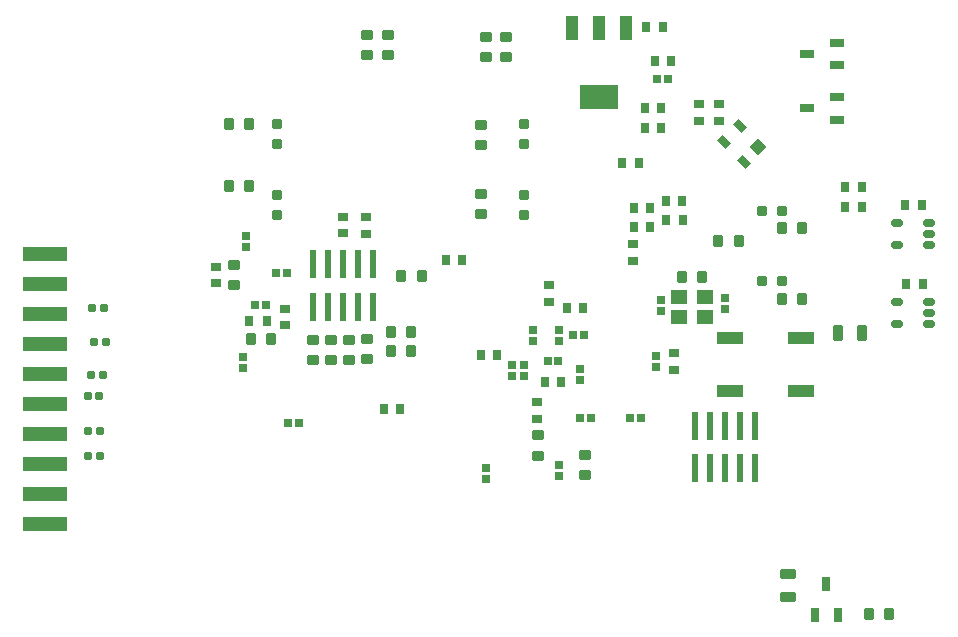
<source format=gbp>
G04*
G04 #@! TF.GenerationSoftware,Altium Limited,Altium Designer,19.1.7 (138)*
G04*
G04 Layer_Color=128*
%FSLAX25Y25*%
%MOIN*%
G70*
G01*
G75*
G04:AMPARAMS|DCode=24|XSize=23.62mil|YSize=23.62mil|CornerRadius=2.36mil|HoleSize=0mil|Usage=FLASHONLY|Rotation=270.000|XOffset=0mil|YOffset=0mil|HoleType=Round|Shape=RoundedRectangle|*
%AMROUNDEDRECTD24*
21,1,0.02362,0.01890,0,0,270.0*
21,1,0.01890,0.02362,0,0,270.0*
1,1,0.00472,-0.00945,-0.00945*
1,1,0.00472,-0.00945,0.00945*
1,1,0.00472,0.00945,0.00945*
1,1,0.00472,0.00945,-0.00945*
%
%ADD24ROUNDEDRECTD24*%
%ADD27R,0.02520X0.02520*%
%ADD28R,0.05512X0.04724*%
G04:AMPARAMS|DCode=29|XSize=39.37mil|YSize=35.43mil|CornerRadius=4.43mil|HoleSize=0mil|Usage=FLASHONLY|Rotation=0.000|XOffset=0mil|YOffset=0mil|HoleType=Round|Shape=RoundedRectangle|*
%AMROUNDEDRECTD29*
21,1,0.03937,0.02657,0,0,0.0*
21,1,0.03051,0.03543,0,0,0.0*
1,1,0.00886,0.01526,-0.01329*
1,1,0.00886,-0.01526,-0.01329*
1,1,0.00886,-0.01526,0.01329*
1,1,0.00886,0.01526,0.01329*
%
%ADD29ROUNDEDRECTD29*%
%ADD31R,0.02520X0.02520*%
%ADD32R,0.02953X0.03740*%
G04:AMPARAMS|DCode=33|XSize=39.37mil|YSize=35.43mil|CornerRadius=4.43mil|HoleSize=0mil|Usage=FLASHONLY|Rotation=270.000|XOffset=0mil|YOffset=0mil|HoleType=Round|Shape=RoundedRectangle|*
%AMROUNDEDRECTD33*
21,1,0.03937,0.02657,0,0,270.0*
21,1,0.03051,0.03543,0,0,270.0*
1,1,0.00886,-0.01329,-0.01526*
1,1,0.00886,-0.01329,0.01526*
1,1,0.00886,0.01329,0.01526*
1,1,0.00886,0.01329,-0.01526*
%
%ADD33ROUNDEDRECTD33*%
%ADD41R,0.03740X0.02953*%
%ADD42R,0.15000X0.05000*%
%ADD115R,0.09055X0.04331*%
%ADD116R,0.02362X0.09449*%
%ADD117R,0.02559X0.04724*%
G04:AMPARAMS|DCode=118|XSize=51.18mil|YSize=31.5mil|CornerRadius=3.94mil|HoleSize=0mil|Usage=FLASHONLY|Rotation=0.000|XOffset=0mil|YOffset=0mil|HoleType=Round|Shape=RoundedRectangle|*
%AMROUNDEDRECTD118*
21,1,0.05118,0.02362,0,0,0.0*
21,1,0.04331,0.03150,0,0,0.0*
1,1,0.00787,0.02165,-0.01181*
1,1,0.00787,-0.02165,-0.01181*
1,1,0.00787,-0.02165,0.01181*
1,1,0.00787,0.02165,0.01181*
%
%ADD118ROUNDEDRECTD118*%
%ADD120R,0.02520X0.03622*%
G04:AMPARAMS|DCode=121|XSize=31.5mil|YSize=31.5mil|CornerRadius=3.94mil|HoleSize=0mil|Usage=FLASHONLY|Rotation=270.000|XOffset=0mil|YOffset=0mil|HoleType=Round|Shape=RoundedRectangle|*
%AMROUNDEDRECTD121*
21,1,0.03150,0.02362,0,0,270.0*
21,1,0.02362,0.03150,0,0,270.0*
1,1,0.00787,-0.01181,-0.01181*
1,1,0.00787,-0.01181,0.01181*
1,1,0.00787,0.01181,0.01181*
1,1,0.00787,0.01181,-0.01181*
%
%ADD121ROUNDEDRECTD121*%
%ADD122R,0.03937X0.08465*%
%ADD123R,0.12795X0.08465*%
%ADD124P,0.05568X4X90.0*%
G04:AMPARAMS|DCode=125|XSize=23.62mil|YSize=39.37mil|CornerRadius=0mil|HoleSize=0mil|Usage=FLASHONLY|Rotation=45.000|XOffset=0mil|YOffset=0mil|HoleType=Round|Shape=Rectangle|*
%AMROTATEDRECTD125*
4,1,4,0.00557,-0.02227,-0.02227,0.00557,-0.00557,0.02227,0.02227,-0.00557,0.00557,-0.02227,0.0*
%
%ADD125ROTATEDRECTD125*%

%ADD126R,0.04724X0.02559*%
G04:AMPARAMS|DCode=127|XSize=41.34mil|YSize=23.62mil|CornerRadius=5.91mil|HoleSize=0mil|Usage=FLASHONLY|Rotation=0.000|XOffset=0mil|YOffset=0mil|HoleType=Round|Shape=RoundedRectangle|*
%AMROUNDEDRECTD127*
21,1,0.04134,0.01181,0,0,0.0*
21,1,0.02953,0.02362,0,0,0.0*
1,1,0.01181,0.01476,-0.00591*
1,1,0.01181,-0.01476,-0.00591*
1,1,0.01181,-0.01476,0.00591*
1,1,0.01181,0.01476,0.00591*
%
%ADD127ROUNDEDRECTD127*%
G04:AMPARAMS|DCode=128|XSize=51.18mil|YSize=31.5mil|CornerRadius=3.94mil|HoleSize=0mil|Usage=FLASHONLY|Rotation=270.000|XOffset=0mil|YOffset=0mil|HoleType=Round|Shape=RoundedRectangle|*
%AMROUNDEDRECTD128*
21,1,0.05118,0.02362,0,0,270.0*
21,1,0.04331,0.03150,0,0,270.0*
1,1,0.00787,-0.01181,-0.02165*
1,1,0.00787,-0.01181,0.02165*
1,1,0.00787,0.01181,0.02165*
1,1,0.00787,0.01181,-0.02165*
%
%ADD128ROUNDEDRECTD128*%
G04:AMPARAMS|DCode=129|XSize=31.5mil|YSize=31.5mil|CornerRadius=3.94mil|HoleSize=0mil|Usage=FLASHONLY|Rotation=180.000|XOffset=0mil|YOffset=0mil|HoleType=Round|Shape=RoundedRectangle|*
%AMROUNDEDRECTD129*
21,1,0.03150,0.02362,0,0,180.0*
21,1,0.02362,0.03150,0,0,180.0*
1,1,0.00787,-0.01181,0.01181*
1,1,0.00787,0.01181,0.01181*
1,1,0.00787,0.01181,-0.01181*
1,1,0.00787,-0.01181,-0.01181*
%
%ADD129ROUNDEDRECTD129*%
D24*
X31936Y69864D02*
D03*
X35873D02*
D03*
X31971Y78119D02*
D03*
X35908D02*
D03*
X31831Y89800D02*
D03*
X35768D02*
D03*
X33099Y96665D02*
D03*
X37036D02*
D03*
X33863Y107743D02*
D03*
X37800D02*
D03*
X33250Y119102D02*
D03*
X37187D02*
D03*
D27*
X222934Y118259D02*
D03*
Y121881D02*
D03*
X244335Y122374D02*
D03*
Y118752D02*
D03*
X221400Y99567D02*
D03*
Y103189D02*
D03*
X173228Y96614D02*
D03*
Y100236D02*
D03*
X177165Y96614D02*
D03*
Y100236D02*
D03*
X188913Y108289D02*
D03*
Y111911D02*
D03*
X180118Y108289D02*
D03*
Y111911D02*
D03*
X195866Y95118D02*
D03*
Y98740D02*
D03*
X188913Y66772D02*
D03*
Y63150D02*
D03*
X164600Y65911D02*
D03*
Y62289D02*
D03*
X83661Y102905D02*
D03*
Y99283D02*
D03*
X84646Y139528D02*
D03*
Y143150D02*
D03*
D28*
X237515Y116153D02*
D03*
X228854D02*
D03*
Y122846D02*
D03*
X237515D02*
D03*
D29*
X197500Y63454D02*
D03*
Y70147D02*
D03*
X181800Y76647D02*
D03*
Y69954D02*
D03*
X80600Y133440D02*
D03*
Y126747D02*
D03*
X125000Y108661D02*
D03*
Y101969D02*
D03*
X119093Y108602D02*
D03*
Y101909D02*
D03*
X113031Y108602D02*
D03*
Y101909D02*
D03*
X106850Y108602D02*
D03*
Y101909D02*
D03*
X131890Y210039D02*
D03*
Y203346D02*
D03*
X125069Y203346D02*
D03*
Y210039D02*
D03*
X171383Y209408D02*
D03*
Y202715D02*
D03*
X164554Y202715D02*
D03*
Y209407D02*
D03*
X162874Y180147D02*
D03*
Y173453D02*
D03*
Y157071D02*
D03*
Y150378D02*
D03*
D31*
X225111Y195400D02*
D03*
X221489D02*
D03*
X185150Y101500D02*
D03*
X188772D02*
D03*
X197250Y110100D02*
D03*
X193628D02*
D03*
X212756Y82600D02*
D03*
X216378D02*
D03*
X196024Y82300D02*
D03*
X199646D02*
D03*
X98583Y80772D02*
D03*
X102205D02*
D03*
X87756Y120202D02*
D03*
X91378D02*
D03*
X94646Y130905D02*
D03*
X98268D02*
D03*
D32*
X156756Y135000D02*
D03*
X151244D02*
D03*
X135956Y85500D02*
D03*
X130444D02*
D03*
X226400Y201300D02*
D03*
X220888D02*
D03*
X223456Y212800D02*
D03*
X217944D02*
D03*
X197106Y118961D02*
D03*
X191595D02*
D03*
X189764Y94488D02*
D03*
X184252D02*
D03*
X168386Y103315D02*
D03*
X162874D02*
D03*
X213844Y146200D02*
D03*
X219356D02*
D03*
X213844Y152300D02*
D03*
X219356D02*
D03*
X224544Y154700D02*
D03*
X230056D02*
D03*
X224606Y148622D02*
D03*
X230118D02*
D03*
X215455Y167323D02*
D03*
X209943D02*
D03*
X222975Y179134D02*
D03*
X217463D02*
D03*
X222975Y185866D02*
D03*
X217463D02*
D03*
X284370Y159449D02*
D03*
X289882D02*
D03*
X284370Y152756D02*
D03*
X289882D02*
D03*
X304331Y153500D02*
D03*
X309842D02*
D03*
X304724Y126969D02*
D03*
X310236D02*
D03*
D33*
X248778Y141437D02*
D03*
X242085D02*
D03*
X143110Y129724D02*
D03*
X136417D02*
D03*
X292154Y17000D02*
D03*
X298847D02*
D03*
X229854Y129605D02*
D03*
X236546D02*
D03*
X132972Y104724D02*
D03*
X139665D02*
D03*
X132972Y110958D02*
D03*
X139665D02*
D03*
X92914Y108919D02*
D03*
X86221D02*
D03*
X85711Y180412D02*
D03*
X79018D02*
D03*
X85711Y159842D02*
D03*
X79018D02*
D03*
X270079Y122047D02*
D03*
X263386D02*
D03*
X269949Y145669D02*
D03*
X263256D02*
D03*
D41*
X117028Y149606D02*
D03*
Y144095D02*
D03*
X124679Y149409D02*
D03*
Y143898D02*
D03*
X74442Y132850D02*
D03*
Y127338D02*
D03*
X227214Y98622D02*
D03*
Y104134D02*
D03*
X185630Y126633D02*
D03*
Y121121D02*
D03*
X181693Y87691D02*
D03*
Y82180D02*
D03*
X97742Y118898D02*
D03*
Y113386D02*
D03*
X213600Y140456D02*
D03*
Y134944D02*
D03*
X235700Y187100D02*
D03*
Y181588D02*
D03*
X242200Y187100D02*
D03*
Y181588D02*
D03*
D42*
X17717Y47047D02*
D03*
Y57047D02*
D03*
Y67047D02*
D03*
Y77047D02*
D03*
Y87047D02*
D03*
Y97047D02*
D03*
Y107047D02*
D03*
Y117047D02*
D03*
Y127047D02*
D03*
Y137047D02*
D03*
D115*
X245889Y109177D02*
D03*
X269511D02*
D03*
Y91461D02*
D03*
X245889D02*
D03*
D116*
X106968Y133696D02*
D03*
Y119523D02*
D03*
X111969Y133696D02*
D03*
Y119523D02*
D03*
X116969Y133696D02*
D03*
Y119523D02*
D03*
X121968Y133696D02*
D03*
Y119523D02*
D03*
X126969Y133696D02*
D03*
Y119523D02*
D03*
X234400Y79945D02*
D03*
Y65772D02*
D03*
X239400Y79945D02*
D03*
Y65772D02*
D03*
X244400Y79945D02*
D03*
Y65772D02*
D03*
X249400Y79945D02*
D03*
Y65772D02*
D03*
X254400Y79945D02*
D03*
Y65772D02*
D03*
D117*
X281823Y16877D02*
D03*
X274343D02*
D03*
X278083Y27113D02*
D03*
D118*
X265136Y30590D02*
D03*
Y22716D02*
D03*
D120*
X85709Y114864D02*
D03*
X91457D02*
D03*
D121*
X95000Y150197D02*
D03*
Y156890D02*
D03*
Y180512D02*
D03*
Y173819D02*
D03*
X177421Y180512D02*
D03*
Y173819D02*
D03*
Y156890D02*
D03*
Y150197D02*
D03*
D122*
X193217Y212521D02*
D03*
X202272D02*
D03*
X211328D02*
D03*
D123*
X202272Y189489D02*
D03*
D124*
X255414Y172651D02*
D03*
D125*
X250681Y167919D02*
D03*
X244000Y174600D02*
D03*
X249289Y179889D02*
D03*
D126*
X281693Y189370D02*
D03*
Y181890D02*
D03*
X271457Y185630D02*
D03*
X281693Y207480D02*
D03*
Y200000D02*
D03*
X271457Y203740D02*
D03*
D127*
X312377Y147441D02*
D03*
Y143701D02*
D03*
Y139961D02*
D03*
X301747D02*
D03*
Y147441D02*
D03*
X312377Y121140D02*
D03*
Y117400D02*
D03*
Y113660D02*
D03*
X301747D02*
D03*
Y121140D02*
D03*
D128*
X289862Y110870D02*
D03*
X281988D02*
D03*
D129*
X256496Y127969D02*
D03*
X263189D02*
D03*
X256496Y151591D02*
D03*
X263189D02*
D03*
M02*

</source>
